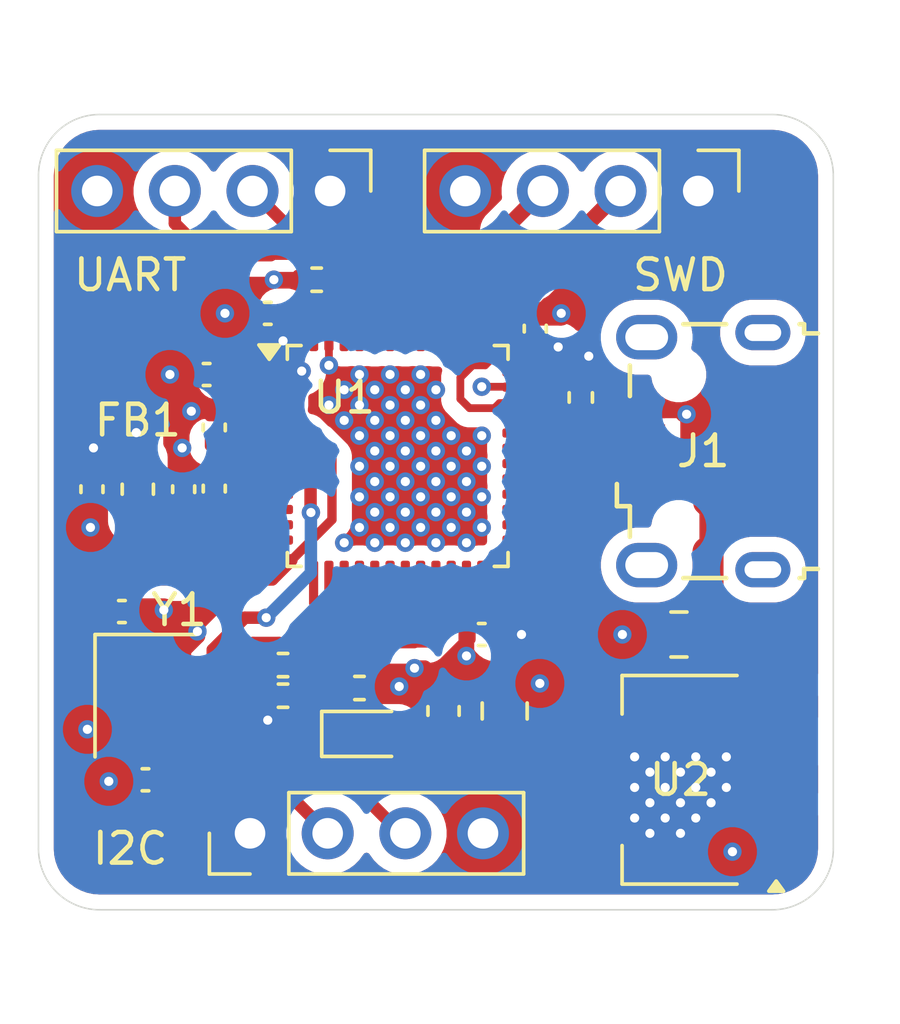
<source format=kicad_pcb>
(kicad_pcb (version 20241229) (generator "pcbnew") (generator_version "9.0")
  (layers (0 "F.Cu" signal) (4 "In1.Cu" signal) (6 "In2.Cu" signal) (2 "B.Cu" power) (13 "F.Paste" user) (15 "B.Paste" user) (5 "F.SilkS" user "F.Silkscreen") (7 "B.SilkS" user "B.Silkscreen") (1 "F.Mask" user) (3 "B.Mask" user) (25 "Edge.Cuts" user))
  (net 0 "")
  (net 1 "+3.3V")
  (net 2 "GND")
  (net 3 "+3.3VA")
  (net 4 "/NRST")
  (net 5 "/HSE_IN")
  (net 6 "/HSE_OUT")
  (net 7 "VBUS")
  (net 8 "/PWR_LED_K")
  (net 12 "/USB_D+")
  (net 14 "/USB_D-")
  (net 16 "/SWDIO")
  (net 17 "/SWCLK")
  (net 18 "/USART1_RX")
  (net 19 "/USART1_TX")
  (net 20 "/I2C2_SCL")
  (net 21 "/I2C2_SDA")
  (net 22 "/BOOT0")
  (footprint "Resistor_SMD:R_0402_1005Metric" (layer "F.Cu") (at 186 81)
    (property "Reference" "R5" (hide yes))
    (property "Value" "1k5")
    (pad "1" smd roundrect (at -0.51 0) (size 0.54 0.64) (layers "F.Cu" "F.Mask" "F.Paste") (net 1 "+3.3V"))
    (pad "2" smd roundrect (at 0.51 0) (size 0.54 0.64) (layers "F.Cu" "F.Mask" "F.Paste") (net 20 "/I2C2_SCL"))
  )
  (footprint "Connector_PinHeader_2.54mm:PinHeader_1x04_P2.54mm_Vertical" (layer "F.Cu") (at 184.92 86.5 90)
    (property "Reference" "I2C" (at -0.5 -3.92 180) (layer "F.SilkS"))
    (property "Value" "Conn_01x04_Pin")
    (pad "1" thru_hole rect (at 0 0 90) (size 1.7 1.7) (drill 1) (layers "*.Cu" "*.Mask") (net 1 "+3.3V"))
    (pad "2" thru_hole oval (at 0 2.54 90) (size 1.7 1.7) (drill 1) (layers "*.Cu" "*.Mask") (net 20 "/I2C2_SCL"))
    (pad "3" thru_hole oval (at 0 5.08 90) (size 1.7 1.7) (drill 1) (layers "*.Cu" "*.Mask") (net 21 "/I2C2_SDA"))
    (pad "4" thru_hole oval (at 0 7.62 90) (size 1.7 1.7) (drill 1) (layers "*.Cu" "*.Mask") (net 2 "GND"))
  )
  (footprint "Package_QFP:LQFP-48_7x7mm_P0.5mm" (layer "F.Cu") (at 189.75 74.1625)
    (property "Reference" "U1" (at -1.75 -1.9125 0) (layer "F.SilkS"))
    (property "Value" "STM32F103C8Tx")
    (pad "1" smd roundrect (at -4.1625 -2.75) (size 1.475 0.3) (layers "F.Cu" "F.Mask" "F.Paste") (net 1 "+3.3V"))
    (pad "2" smd roundrect (at -4.1625 -2.25) (size 1.475 0.3) (layers "F.Cu" "F.Mask" "F.Paste"))
    (pad "3" smd roundrect (at -4.1625 -1.75) (size 1.475 0.3) (layers "F.Cu" "F.Mask" "F.Paste"))
    (pad "4" smd roundrect (at -4.1625 -1.25) (size 1.475 0.3) (layers "F.Cu" "F.Mask" "F.Paste"))
    (pad "5" smd roundrect (at -4.1625 -0.75) (size 1.475 0.3) (layers "F.Cu" "F.Mask" "F.Paste") (net 5 "/HSE_IN"))
    (pad "6" smd roundrect (at -4.1625 -0.25) (size 1.475 0.3) (layers "F.Cu" "F.Mask" "F.Paste") (net 6 "/HSE_OUT"))
    (pad "7" smd roundrect (at -4.1625 0.25) (size 1.475 0.3) (layers "F.Cu" "F.Mask" "F.Paste") (net 4 "/NRST"))
    (pad "8" smd roundrect (at -4.1625 0.75) (size 1.475 0.3) (layers "F.Cu" "F.Mask" "F.Paste") (net 2 "GND"))
    (pad "9" smd roundrect (at -4.1625 1.25) (size 1.475 0.3) (layers "F.Cu" "F.Mask" "F.Paste") (net 3 "+3.3VA"))
    (pad "10" smd roundrect (at -4.1625 1.75) (size 1.475 0.3) (layers "F.Cu" "F.Mask" "F.Paste"))
    (pad "11" smd roundrect (at -4.1625 2.25) (size 1.475 0.3) (layers "F.Cu" "F.Mask" "F.Paste"))
    (pad "12" smd roundrect (at -4.1625 2.75) (size 1.475 0.3) (layers "F.Cu" "F.Mask" "F.Paste"))
    (pad "13" smd roundrect (at -2.75 4.1625) (size 0.3 1.475) (layers "F.Cu" "F.Mask" "F.Paste"))
    (pad "14" smd roundrect (at -2.25 4.1625) (size 0.3 1.475) (layers "F.Cu" "F.Mask" "F.Paste"))
    (pad "15" smd roundrect (at -1.75 4.1625) (size 0.3 1.475) (layers "F.Cu" "F.Mask" "F.Paste"))
    (pad "16" smd roundrect (at -1.25 4.1625) (size 0.3 1.475) (layers "F.Cu" "F.Mask" "F.Paste"))
    (pad "17" smd roundrect (at -0.75 4.1625) (size 0.3 1.475) (layers "F.Cu" "F.Mask" "F.Paste"))
    (pad "18" smd roundrect (at -0.25 4.1625) (size 0.3 1.475) (layers "F.Cu" "F.Mask" "F.Paste"))
    (pad "19" smd roundrect (at 0.25 4.1625) (size 0.3 1.475) (layers "F.Cu" "F.Mask" "F.Paste"))
    (pad "20" smd roundrect (at 0.75 4.1625) (size 0.3 1.475) (layers "F.Cu" "F.Mask" "F.Paste"))
    (pad "21" smd roundrect (at 1.25 4.1625) (size 0.3 1.475) (layers "F.Cu" "F.Mask" "F.Paste") (net 20 "/I2C2_SCL"))
    (pad "22" smd roundrect (at 1.75 4.1625) (size 0.3 1.475) (layers "F.Cu" "F.Mask" "F.Paste") (net 21 "/I2C2_SDA"))
    (pad "23" smd roundrect (at 2.25 4.1625) (size 0.3 1.475) (layers "F.Cu" "F.Mask" "F.Paste") (net 2 "GND"))
    (pad "24" smd roundrect (at 2.75 4.1625) (size 0.3 1.475) (layers "F.Cu" "F.Mask" "F.Paste") (net 1 "+3.3V"))
    (pad "25" smd roundrect (at 4.1625 2.75) (size 1.475 0.3) (layers "F.Cu" "F.Mask" "F.Paste"))
    (pad "26" smd roundrect (at 4.1625 2.25) (size 1.475 0.3) (layers "F.Cu" "F.Mask" "F.Paste"))
    (pad "27" smd roundrect (at 4.1625 1.75) (size 1.475 0.3) (layers "F.Cu" "F.Mask" "F.Paste"))
    (pad "28" smd roundrect (at 4.1625 1.25) (size 1.475 0.3) (layers "F.Cu" "F.Mask" "F.Paste"))
    (pad "29" smd roundrect (at 4.1625 0.75) (size 1.475 0.3) (layers "F.Cu" "F.Mask" "F.Paste"))
    (pad "30" smd roundrect (at 4.1625 0.25) (size 1.475 0.3) (layers "F.Cu" "F.Mask" "F.Paste"))
    (pad "31" smd roundrect (at 4.1625 -0.25) (size 1.475 0.3) (layers "F.Cu" "F.Mask" "F.Paste"))
    (pad "32" smd roundrect (at 4.1625 -0.75) (size 1.475 0.3) (layers "F.Cu" "F.Mask" "F.Paste") (net 14 "/USB_D-"))
    (pad "33" smd roundrect (at 4.1625 -1.25) (size 1.475 0.3) (layers "F.Cu" "F.Mask" "F.Paste") (net 12 "/USB_D+"))
    (pad "34" smd roundrect (at 4.1625 -1.75) (size 1.475 0.3) (layers "F.Cu" "F.Mask" "F.Paste") (net 16 "/SWDIO"))
    (pad "35" smd roundrect (at 4.1625 -2.25) (size 1.475 0.3) (layers "F.Cu" "F.Mask" "F.Paste") (net 2 "GND"))
    (pad "36" smd roundrect (at 4.1625 -2.75) (size 1.475 0.3) (layers "F.Cu" "F.Mask" "F.Paste") (net 1 "+3.3V"))
    (pad "37" smd roundrect (at 2.75 -4.1625) (size 0.3 1.475) (layers "F.Cu" "F.Mask" "F.Paste") (net 17 "/SWCLK"))
    (pad "38" smd roundrect (at 2.25 -4.1625) (size 0.3 1.475) (layers "F.Cu" "F.Mask" "F.Paste"))
    (pad "39" smd roundrect (at 1.75 -4.1625) (size 0.3 1.475) (layers "F.Cu" "F.Mask" "F.Paste"))
    (pad "40" smd roundrect (at 1.25 -4.1625) (size 0.3 1.475) (layers "F.Cu" "F.Mask" "F.Paste"))
    (pad "41" smd roundrect (at 0.75 -4.1625) (size 0.3 1.475) (layers "F.Cu" "F.Mask" "F.Paste"))
    (pad "42" smd roundrect (at 0.25 -4.1625) (size 0.3 1.475) (layers "F.Cu" "F.Mask" "F.Paste") (net 19 "/USART1_TX"))
    (pad "43" smd roundrect (at -0.25 -4.1625) (size 0.3 1.475) (layers "F.Cu" "F.Mask" "F.Paste") (net 18 "/USART1_RX"))
    (pad "44" smd roundrect (at -0.75 -4.1625) (size 0.3 1.475) (layers "F.Cu" "F.Mask" "F.Paste") (net 22 "/BOOT0"))
    (pad "45" smd roundrect (at -1.25 -4.1625) (size 0.3 1.475) (layers "F.Cu" "F.Mask" "F.Paste"))
    (pad "46" smd roundrect (at -1.75 -4.1625) (size 0.3 1.475) (layers "F.Cu" "F.Mask" "F.Paste"))
    (pad "47" smd roundrect (at -2.25 -4.1625) (size 0.3 1.475) (layers "F.Cu" "F.Mask" "F.Paste") (net 2 "GND"))
    (pad "48" smd roundrect (at -2.75 -4.1625) (size 0.3 1.475) (layers "F.Cu" "F.Mask" "F.Paste") (net 1 "+3.3V"))
  )
  (footprint "Capacitor_SMD:C_0805_2012Metric" (layer "F.Cu") (at 198.95 80 180)
    (property "Reference" "C12" (hide yes))
    (property "Value" "22u")
    (pad "1" smd roundrect (at -0.95 0 180) (size 1 1.45) (layers "F.Cu" "F.Mask" "F.Paste") (net 7 "VBUS"))
    (pad "2" smd roundrect (at 0.95 0 180) (size 1 1.45) (layers "F.Cu" "F.Mask" "F.Paste") (net 2 "GND"))
  )
  (footprint "Resistor_SMD:R_0402_1005Metric" (layer "F.Cu") (at 188.5 81.75)
    (property "Reference" "R3" (hide yes))
    (property "Value" "1k5")
    (pad "1" smd roundrect (at -0.51 0) (size 0.54 0.64) (layers "F.Cu" "F.Mask" "F.Paste") (net 8 "/PWR_LED_K"))
    (pad "2" smd roundrect (at 0.51 0) (size 0.54 0.64) (layers "F.Cu" "F.Mask" "F.Paste") (net 2 "GND"))
  )
  (footprint "Inductor_SMD:L_0603_1608Metric" (layer "F.Cu") (at 181.25 75.25 90)
    (property "Reference" "FB1" (at 2.25 0 180) (layer "F.SilkS"))
    (property "Value" "120R")
    (pad "1" smd roundrect (at -0.7875 0 90) (size 0.875 0.95) (layers "F.Cu" "F.Mask" "F.Paste") (net 3 "+3.3VA"))
    (pad "2" smd roundrect (at 0.7875 0 90) (size 0.875 0.95) (layers "F.Cu" "F.Mask" "F.Paste") (net 1 "+3.3V"))
  )
  (footprint "Capacitor_SMD:C_0402_1005Metric" (layer "F.Cu") (at 183.75 75.23 90)
    (property "Reference" "C7" (hide yes))
    (property "Value" "1u")
    (pad "1" smd roundrect (at -0.48 0 90) (size 0.56 0.62) (layers "F.Cu" "F.Mask" "F.Paste") (net 3 "+3.3VA"))
    (pad "2" smd roundrect (at 0.48 0 90) (size 0.56 0.62) (layers "F.Cu" "F.Mask" "F.Paste") (net 2 "GND"))
  )
  (footprint "Capacitor_SMD:C_0402_1005Metric" (layer "F.Cu") (at 183.5 71.5 180)
    (property "Reference" "C1" (hide yes))
    (property "Value" "100n")
    (pad "1" smd roundrect (at -0.48 0 180) (size 0.56 0.62) (layers "F.Cu" "F.Mask" "F.Paste") (net 1 "+3.3V"))
    (pad "2" smd roundrect (at 0.48 0 180) (size 0.56 0.62) (layers "F.Cu" "F.Mask" "F.Paste") (net 2 "GND"))
  )
  (footprint "Resistor_SMD:R_0402_1005Metric" (layer "F.Cu") (at 195.74 72.25 90)
    (property "Reference" "R2" (hide yes))
    (property "Value" "1k5")
    (pad "1" smd roundrect (at -0.51 0 90) (size 0.54 0.64) (layers "F.Cu" "F.Mask" "F.Paste") (net 12 "/USB_D+"))
    (pad "2" smd roundrect (at 0.51 0 90) (size 0.54 0.64) (layers "F.Cu" "F.Mask" "F.Paste") (net 1 "+3.3V"))
  )
  (footprint "Capacitor_SMD:C_0402_1005Metric" (layer "F.Cu") (at 183.75 73.23 90)
    (property "Reference" "C9" (hide yes))
    (property "Value" "100n")
    (pad "1" smd roundrect (at -0.48 0 90) (size 0.56 0.62) (layers "F.Cu" "F.Mask" "F.Paste") (net 4 "/NRST"))
    (pad "2" smd roundrect (at 0.48 0 90) (size 0.56 0.62) (layers "F.Cu" "F.Mask" "F.Paste") (net 2 "GND"))
  )
  (footprint "Capacitor_SMD:C_0805_2012Metric" (layer "F.Cu") (at 193.25 82.5 90)
    (property "Reference" "C13" (hide yes))
    (property "Value" "22u")
    (pad "1" smd roundrect (at -0.95 0 90) (size 1 1.45) (layers "F.Cu" "F.Mask" "F.Paste") (net 1 "+3.3V"))
    (pad "2" smd roundrect (at 0.95 0 90) (size 1 1.45) (layers "F.Cu" "F.Mask" "F.Paste") (net 2 "GND"))
  )
  (footprint "Capacitor_SMD:C_0402_1005Metric" (layer "F.Cu") (at 181.5 84.75 180)
    (property "Reference" "C11" (hide yes))
    (property "Value" "10p")
    (pad "1" smd roundrect (at -0.48 0 180) (size 0.56 0.62) (layers "F.Cu" "F.Mask" "F.Paste") (net 6 "/HSE_OUT"))
    (pad "2" smd roundrect (at 0.48 0 180) (size 0.56 0.62) (layers "F.Cu" "F.Mask" "F.Paste") (net 2 "GND"))
  )
  (footprint "Resistor_SMD:R_0402_1005Metric" (layer "F.Cu") (at 186 82)
    (property "Reference" "R4" (hide yes))
    (property "Value" "1k5")
    (pad "1" smd roundrect (at -0.51 0) (size 0.54 0.64) (layers "F.Cu" "F.Mask" "F.Paste") (net 1 "+3.3V"))
    (pad "2" smd roundrect (at 0.51 0) (size 0.54 0.64) (layers "F.Cu" "F.Mask" "F.Paste") (net 21 "/I2C2_SDA"))
  )
  (footprint "Resistor_SMD:R_0402_1005Metric" (layer "F.Cu") (at 187.1 68.4)
    (property "Reference" "R1" (hide yes))
    (property "Value" "10k")
    (pad "1" smd roundrect (at -0.51 0) (size 0.54 0.64) (layers "F.Cu" "F.Mask" "F.Paste") (net 2 "GND"))
    (pad "2" smd roundrect (at 0.51 0) (size 0.54 0.64) (layers "F.Cu" "F.Mask" "F.Paste") (net 22 "/BOOT0"))
  )
  (footprint "Capacitor_SMD:C_0402_1005Metric" (layer "F.Cu") (at 179.75 75.25 -90)
    (property "Reference" "C8" (hide yes))
    (property "Value" "1u")
    (pad "1" smd roundrect (at -0.48 0 270) (size 0.56 0.62) (layers "F.Cu" "F.Mask" "F.Paste") (net 1 "+3.3V"))
    (pad "2" smd roundrect (at 0.48 0 270) (size 0.56 0.62) (layers "F.Cu" "F.Mask" "F.Paste") (net 2 "GND"))
  )
  (footprint "Capacitor_SMD:C_0402_1005Metric" (layer "F.Cu") (at 194.25 70 90)
    (property "Reference" "C4" (hide yes))
    (property "Value" "100n")
    (pad "1" smd roundrect (at -0.48 0 90) (size 0.56 0.62) (layers "F.Cu" "F.Mask" "F.Paste") (net 1 "+3.3V"))
    (pad "2" smd roundrect (at 0.48 0 90) (size 0.56 0.62) (layers "F.Cu" "F.Mask" "F.Paste") (net 2 "GND"))
  )
  (footprint "Crystal:Crystal_SMD_3225-4Pin_3.2x2.5mm" (layer "F.Cu") (at 181.5 82 -90)
    (property "Reference" "Y1" (at -2.8 -1.1 180) (layer "F.SilkS"))
    (property "Value" "Crystal_GND24")
    (pad "1" smd rect (at -1.1 0.85 270) (size 1.4 1.2) (layers "F.Cu" "F.Mask" "F.Paste") (net 5 "/HSE_IN"))
    (pad "2" smd rect (at 1.1 0.85 270) (size 1.4 1.2) (layers "F.Cu" "F.Mask" "F.Paste") (net 2 "GND"))
    (pad "3" smd rect (at 1.1 -0.85 270) (size 1.4 1.2) (layers "F.Cu" "F.Mask" "F.Paste") (net 6 "/HSE_OUT"))
    (pad "4" smd rect (at -1.1 -0.85 270) (size 1.4 1.2) (layers "F.Cu" "F.Mask" "F.Paste") (net 2 "GND"))
  )
  (footprint "Capacitor_SMD:C_0402_1005Metric" (layer "F.Cu") (at 180.73 79.25)
    (property "Reference" "C10" (hide yes))
    (property "Value" "10p")
    (pad "1" smd roundrect (at -0.48 0) (size 0.56 0.62) (layers "F.Cu" "F.Mask" "F.Paste") (net 5 "/HSE_IN"))
    (pad "2" smd roundrect (at 0.48 0) (size 0.56 0.62) (layers "F.Cu" "F.Mask" "F.Paste") (net 2 "GND"))
  )
  (footprint "Capacitor_SMD:C_0402_1005Metric" (layer "F.Cu") (at 185.5 69.5 180)
    (property "Reference" "C2" (hide yes))
    (property "Value" "100n")
    (pad "1" smd roundrect (at -0.48 0 180) (size 0.56 0.62) (layers "F.Cu" "F.Mask" "F.Paste") (net 1 "+3.3V"))
    (pad "2" smd roundrect (at 0.48 0 180) (size 0.56 0.62) (layers "F.Cu" "F.Mask" "F.Paste") (net 2 "GND"))
  )
  (footprint "Capacitor_SMD:C_0402_1005Metric" (layer "F.Cu") (at 182.75 75.25 90)
    (property "Reference" "C6" (hide yes))
    (property "Value" "10n")
    (pad "1" smd roundrect (at -0.48 0 90) (size 0.56 0.62) (layers "F.Cu" "F.Mask" "F.Paste") (net 3 "+3.3VA"))
    (pad "2" smd roundrect (at 0.48 0 90) (size 0.56 0.62) (layers "F.Cu" "F.Mask" "F.Paste") (net 2 "GND"))
  )
  (footprint "LED_SMD:LED_0603_1608Metric" (layer "F.Cu") (at 188.75 83.25)
    (property "Reference" "D1" (hide yes))
    (property "Value" "LED")
    (pad "1" smd roundrect (at -0.7875 0) (size 0.875 0.95) (layers "F.Cu" "F.Mask" "F.Paste") (net 8 "/PWR_LED_K"))
    (pad "2" smd roundrect (at 0.7875 0) (size 0.875 0.95) (layers "F.Cu" "F.Mask" "F.Paste") (net 1 "+3.3V"))
  )
  (footprint "Capacitor_SMD:C_0603_1608Metric" (layer "F.Cu") (at 191.25 82.5 90)
    (property "Reference" "C5" (hide yes))
    (property "Value" "10u")
    (pad "1" smd roundrect (at -0.775 0 90) (size 0.9 0.95) (layers "F.Cu" "F.Mask" "F.Paste") (net 1 "+3.3V"))
    (pad "2" smd roundrect (at 0.775 0 90) (size 0.9 0.95) (layers "F.Cu" "F.Mask" "F.Paste") (net 2 "GND"))
  )
  (footprint "Connector_USB:USB_Micro-B_Wuerth_629105150521" (layer "F.Cu") (at 199.745 74.005 90)
    (property "Reference" "J1" (at 0 0 180) (layer "F.SilkS"))
    (property "Value" "USB_B_Micro")
    (pad "" np_thru_hole oval (at -2.5 -0.8 90) (size 0.8 0.8) (drill 0.8) (layers "*.Cu" "*.Mask"))
    (pad "" np_thru_hole oval (at 2.5 -0.8 90) (size 0.8 0.8) (drill 0.8) (layers "*.Cu" "*.Mask"))
    (pad "1" smd rect (at -1.3 -1.9 90) (size 0.45 1.3) (layers "F.Cu" "F.Mask" "F.Paste") (net 7 "VBUS"))
    (pad "2" smd rect (at -0.65 -1.9 90) (size 0.45 1.3) (layers "F.Cu" "F.Mask" "F.Paste") (net 14 "/USB_D-"))
    (pad "3" smd rect (at 0 -1.9 90) (size 0.45 1.3) (layers "F.Cu" "F.Mask" "F.Paste") (net 12 "/USB_D+"))
    (pad "4" smd rect (at 0.65 -1.9 90) (size 0.45 1.3) (layers "F.Cu" "F.Mask" "F.Paste"))
    (pad "5" smd rect (at 1.3 -1.9 90) (size 0.45 1.3) (layers "F.Cu" "F.Mask" "F.Paste") (net 2 "GND"))
    (pad "6" thru_hole oval (at -3.875 1.95 90) (size 1.15 1.8) (drill oval 0.55 1.2) (property pad_prop_heatsink) (layers "*.Cu" "*.Mask"))
    (pad "6" thru_hole oval (at -3.725 -1.85 90) (size 1.45 2) (drill oval 0.85 1.4) (property pad_prop_heatsink) (layers "*.Cu" "*.Mask"))
    (pad "6" thru_hole oval (at 3.725 -1.85 90) (size 1.45 2) (drill oval 0.85 1.4) (property pad_prop_heatsink) (layers "*.Cu" "*.Mask"))
    (pad "6" thru_hole oval (at 3.875 1.95 90) (size 1.15 1.8) (drill oval 0.55 1.2) (property pad_prop_heatsink) (layers "*.Cu" "*.Mask"))
  )
  (footprint "Capacitor_SMD:C_0402_1005Metric" (layer "F.Cu") (at 192.5 80 180)
    (property "Reference" "C3" (hide yes))
    (property "Value" "100n")
    (pad "1" smd roundrect (at -0.48 0 180) (size 0.56 0.62) (layers "F.Cu" "F.Mask" "F.Paste") (net 1 "+3.3V"))
    (pad "2" smd roundrect (at 0.48 0 180) (size 0.56 0.62) (layers "F.Cu" "F.Mask" "F.Paste") (net 2 "GND"))
  )
  (footprint "Connector_PinHeader_2.54mm:PinHeader_1x04_P2.54mm_Vertical" (layer "F.Cu") (at 187.54 65.5 -90)
    (property "Reference" "UART" (at 2.75 6.54 180) (layer "F.SilkS"))
    (property "Value" "Conn_01x04_Pin")
    (pad "1" thru_hole rect (at 0 0 270) (size 1.7 1.7) (drill 1) (layers "*.Cu" "*.Mask") (net 1 "+3.3V"))
    (pad "2" thru_hole oval (at 0 2.54 270) (size 1.7 1.7) (drill 1) (layers "*.Cu" "*.Mask") (net 19 "/USART1_TX"))
    (pad "3" thru_hole oval (at 0 5.08 270) (size 1.7 1.7) (drill 1) (layers "*.Cu" "*.Mask") (net 18 "/USART1_RX"))
    (pad "4" thru_hole oval (at 0 7.62 270) (size 1.7 1.7) (drill 1) (layers "*.Cu" "*.Mask") (net 2 "GND"))
  )
  (footprint "Connector_PinHeader_2.54mm:PinHeader_1x04_P2.54mm_Vertical" (layer "F.Cu") (at 199.58 65.5 -90)
    (property "Reference" "SWD" (at 2.75 0.58 180) (layer "F.SilkS"))
    (property "Value" "Conn_01x04_Pin")
    (pad "1" thru_hole rect (at 0 0 270) (size 1.7 1.7) (drill 1) (layers "*.Cu" "*.Mask") (net 1 "+3.3V"))
    (pad "2" thru_hole oval (at 0 2.54 270) (size 1.7 1.7) (drill 1) (layers "*.Cu" "*.Mask") (net 16 "/SWDIO"))
    (pad "3" thru_hole oval (at 0 5.08 270) (size 1.7 1.7) (drill 1) (layers "*.Cu" "*.Mask") (net 17 "/SWCLK"))
    (pad "4" thru_hole oval (at 0 7.62 270) (size 1.7 1.7) (drill 1) (layers "*.Cu" "*.Mask") (net 2 "GND"))
  )
  (footprint "Package_TO_SOT_SMD:SOT-223-3_TabPin2" (layer "F.Cu") (at 199 84.75 180)
    (property "Reference" "U2" (at 0 0 0) (layer "F.SilkS"))
    (property "Value" "AMS1117-3.3")
    (pad "1" smd roundrect (at -3.15 -2.3 180) (size 2 1.5) (layers "F.Cu" "F.Mask" "F.Paste") (net 2 "GND"))
    (pad "2" smd roundrect (at -3.15 0 180) (size 2 1.5) (layers "F.Cu" "F.Mask" "F.Paste") (net 1 "+3.3V"))
    (pad "2" smd roundrect (at 3.15 0 180) (size 2 3.8) (layers "F.Cu" "F.Mask" "F.Paste") (net 1 "+3.3V"))
    (pad "3" smd roundrect (at -3.15 2.3 180) (size 2 1.5) (layers "F.Cu" "F.Mask" "F.Paste") (net 7 "VBUS"))
  )
  (gr_arc (start 178 65) (mid 178.585786 63.585786) (end 180 63) (stroke (width 0.05)) (layer "Edge.Cuts"))
  (gr_line (start 180 63) (end 202 63) (stroke (width 0.05)) (layer "Edge.Cuts"))
  (gr_arc (start 202 63) (mid 203.414214 63.585786) (end 204 65) (stroke (width 0.05)) (layer "Edge.Cuts"))
  (gr_line (start 202 89) (end 180 89) (stroke (width 0.05)) (layer "Edge.Cuts"))
  (gr_arc (start 180 89) (mid 178.585786 88.414214) (end 178 87) (stroke (width 0.05)) (layer "Edge.Cuts"))
  (gr_line (start 178 87) (end 178 65) (stroke (width 0.05)) (layer "Edge.Cuts"))
  (gr_arc (start 204 87) (mid 203.414214 88.414214) (end 202 89) (stroke (width 0.05)) (layer "Edge.Cuts"))
  (gr_line (start 204 65) (end 204 87) (stroke (width 0.05)) (layer "Edge.Cuts"))
  (segment (start 185.49 82.79) (end 185.5 82.8) (width 0.508) (layer "F.Cu") (net 1))
  (segment (start 180.9425 74.77) (end 181.25 74.4625) (width 0.762) (layer "F.Cu") (net 1))
  (segment (start 185.49 82) (end 185.49 82.79) (width 0.508) (layer "F.Cu") (net 1))
  (segment (start 194.25 71.0208) (end 194.25 70.48) (width 0.4064) (layer "F.Cu") (net 1))
  (segment (start 179.8 74.72) (end 179.75 74.77) (width 0.762) (layer "F.Cu") (net 1))
  (segment (start 186.598336 71.4) (end 185.6 71.4) (width 0.254) (layer "F.Cu") (net 1))
  (segment (start 179.8 73.9) (end 179.8 74.72) (width 0.762) (layer "F.Cu") (net 1))
  (segment (start 181.2 73.4) (end 181.2 74.4125) (width 0.762) (layer "F.Cu") (net 1))
  (segment (start 186.6 70) (end 187 70) (width 0.254) (layer "F.Cu") (net 1))
  (segment (start 193 79.2) (end 192.98 79.22) (width 0.3048) (layer "F.Cu") (net 1))
  (segment (start 186.9966 70.0034) (end 186.9966 70) (width 0.3048) (layer "F.Cu") (net 1))
  (segment (start 179.75 74.77) (end 180.9425 74.77) (width 0.762) (layer "F.Cu") (net 1))
  (segment (start 184.5 71.4125) (end 184.0675 71.4125) (width 0.4064) (layer "F.Cu") (net 1))
  (segment (start 186.48 70) (end 185.98 69.5) (width 0.4064) (layer "F.Cu") (net 1))
  (segment (start 186.6 70) (end 186.48 70) (width 0.3048) (layer "F.Cu") (net 1))
  (segment (start 194.6417 71.3583) (end 193.9125 71.3583) (width 0.4064) (layer "F.Cu") (net 1))
  (segment (start 193 78.825) (end 193 79.2) (width 0.3048) (layer "F.Cu") (net 1))
  (segment (start 195 70.6) (end 195 71) (width 0.4064) (layer "F.Cu") (net 1))
  (segment (start 186.6 70.4) (end 186.9966 70.0034) (width 0.3048) (layer "F.Cu") (net 1))
  (segment (start 184.0675 71.4125) (end 183.98 71.5) (width 0.4064) (layer "F.Cu") (net 1))
  (segment (start 192.98 79.22) (end 192.98 80) (width 0.4064) (layer "F.Cu") (net 1))
  (segment (start 185.5875 71.4125) (end 184.5 71.4125) (width 0.254) (layer "F.Cu") (net 1))
  (segment (start 186.610222 71.388114) (end 186.598336 71.4) (width 0.254) (layer "F.Cu") (net 1))
  (segment (start 181.2 74.4125) (end 181.25 74.4625) (width 0.762) (layer "F.Cu") (net 1))
  (segment (start 195.74 71.74) (end 195.74 71.16) (width 0.762) (layer "F.Cu") (net 1))
  (segment (start 186 70.4) (end 186.6 70.4) (width 0.508) (layer "F.Cu") (net 1))
  (segment (start 193.9125 71.3583) (end 194.25 71.0208) (width 0.4064) (layer "F.Cu") (net 1))
  (segment (start 192.98 80) (end 193.8 80) (width 0.762) (layer "F.Cu") (net 1))
  (segment (start 192.5 78.325) (end 193 78.825) (width 0.254) (layer "F.Cu") (net 1))
  (segment (start 195 71) (end 194.6417 71.3583) (width 0.4064) (layer "F.Cu") (net 1))
  (segment (start 185.49 81) (end 185.49 82) (width 0.508) (layer "F.Cu") (net 1))
  (segment (start 195.74 71.16) (end 196 70.9) (width 0.762) (layer "F.Cu") (net 1))
  (segment (start 185.6 71.4) (end 185.5875 71.4125) (width 0.254) (layer "F.Cu") (net 1))
  (via (at 200 84.5) (size 0.6) (drill 0.3) (layers "F.Cu" "B.Cu") (net 1))
  (via (at 196 70.9) (size 0.6) (drill 0.3) (layers "F.Cu" "B.Cu") (net 1))
  (via (at 199.5 86) (size 0.6) (drill 0.3) (layers "F.Cu" "B.Cu") (net 1))
  (via (at 199.5 85) (size 0.6) (drill 0.3) (layers "F.Cu" "B.Cu") (net 1))
  (via (at 198.5 86) (size 0.6) (drill 0.3) (layers "F.Cu" "B.Cu") (net 1))
  (via (at 199 84.5) (size 0.6) (drill 0.3) (layers "F.Cu" "B.Cu") (net 1))
  (via (at 186 70.4) (size 0.6) (drill 0.3) (layers "F.Cu" "B.Cu") (net 1))
  (via (at 197.5 85) (size 0.6) (drill 0.3) (layers "F.Cu" "B.Cu") (net 1))
  (via (at 198.5 85) (size 0.6) (drill 0.3) (layers "F.Cu" "B.Cu") (net 1))
  (via (at 198 84.5) (size 0.6) (drill 0.3) (layers "F.Cu" "B.Cu") (net 1))
  (via (at 200.5 85) (size 0.6) (drill 0.3) (layers "F.Cu" "B.Cu") (net 1))
  (via (at 197.5 86) (size 0.6) (drill 0.3) (layers "F.Cu" "B.Cu") (net 1))
  (via (at 193.8 80) (size 0.6) (drill 0.3) (layers "F.Cu" "B.Cu") (net 1))
  (via (at 199 86.5) (size 0.6) (drill 0.3) (layers "F.Cu" "B.Cu") (net 1))
  (via (at 198.5 84) (size 0.6) (drill 0.3) (layers "F.Cu" "B.Cu") (net 1))
  (via (at 200.5 84) (size 0.6) (drill 0.3) (layers "F.Cu" "B.Cu") (net 1))
  (via (at 181.2 73.4) (size 0.6) (drill 0.3) (layers "F.Cu" "B.Cu") (net 1))
  (via (at 195 70.6) (size 0.6) (drill 0.3) (layers "F.Cu" "B.Cu") (net 1))
  (via (at 179.8 73.9) (size 0.6) (drill 0.3) (layers "F.Cu" "B.Cu") (net 1))
  (via (at 185.5 82.8) (size 0.6) (drill 0.3) (layers "F.Cu" "B.Cu") (net 1))
  (via (at 200 85.5) (size 0.6) (drill 0.3) (layers "F.Cu" "B.Cu") (net 1))
  (via (at 197.5 84) (size 0.6) (drill 0.3) (layers "F.Cu" "B.Cu") (net 1))
  (via (at 198 86.5) (size 0.6) (drill 0.3) (layers "F.Cu" "B.Cu") (net 1))
  (via (at 186.610222 71.388114) (size 0.6) (drill 0.3) (layers "F.Cu" "B.Cu") (net 1))
  (via (at 198 85.5) (size 0.6) (drill 0.3) (layers "F.Cu" "B.Cu") (net 1))
  (via (at 199.5 84) (size 0.6) (drill 0.3) (layers "F.Cu" "B.Cu") (net 1))
  (via (at 199 85.5) (size 0.6) (drill 0.3) (layers "F.Cu" "B.Cu") (net 1))
  (segment (start 189.75 81.75) (end 189.8 81.7) (width 0.508) (layer "F.Cu") (net 2))
  (segment (start 192 79.98) (end 192.02 80) (width 0.254) (layer "F.Cu") (net 2))
  (segment (start 190.3 81.1) (end 190.625 81.1) (width 0.508) (layer "F.Cu") (net 2))
  (segment (start 182.1 79.2) (end 181.26 79.2) (width 0.762) (layer "F.Cu") (net 2))
  (segment (start 189.01 81.75) (end 189.75 81.75) (width 0.508) (layer "F.Cu") (net 2))
  (segment (start 183 72.7) (end 183.7 72.7) (width 0.508) (layer "F.Cu") (net 2))
  (segment (start 183.2 80.05) (end 182.35 80.9) (width 0.508) (layer "F.Cu") (net 2))
  (segment (start 187.5 70) (end 187.5 71.2) (width 0.254) (layer "F.Cu") (net 2))
  (segment (start 182.7 74.72) (end 182.75 74.77) (width 0.508) (layer "F.Cu") (net 2))
  (segment (start 183.75 74.75) (end 182.77 74.75) (width 0.4064) (layer "F.Cu") (net 2))
  (segment (start 183.7 72.7) (end 183.75 72.75) (width 0.508) (layer "F.Cu") (net 2))
  (segment (start 181.26 79.2) (end 181.213 79.247) (width 0.762) (layer "F.Cu") (net 2))
  (segment (start 185.5875 74.9125) (end 183.9125 74.9125) (width 0.254) (layer "F.Cu") (net 2))
  (segment (start 193.9 71.9) (end 193.9125 71.9125) (width 0.254) (layer "F.Cu") (net 2))
  (segment (start 193.3 81.6) (end 193.25 81.55) (width 0.762) (layer "F.Cu") (net 2))
  (segment (start 182.3 71.5) (end 183.02 71.5) (width 0.508) (layer "F.Cu") (net 2))
  (segment (start 179.7 76.5) (end 179.7 75.78) (width 0.762) (layer "F.Cu") (net 2))
  (segment (start 199.1 72.8) (end 198.975 72.675) (width 0.508) (layer "F.Cu") (net 2))
  (segment (start 194.25 69.52) (end 195.08 69.52) (width 0.762) (layer "F.Cu") (net 2))
  (segment (start 194.35 81.55) (end 194.4 81.6) (width 0.508) (layer "F.Cu") (net 2))
  (segment (start 181.02 84.75) (end 180.35 84.75) (width 0.508) (layer "F.Cu") (net 2))
  (segment (start 192 80.02) (end 192.02 80) (width 0.508) (layer "F.Cu") (net 2))
  (segment (start 192 80.7) (end 192 80.02) (width 0.508) (layer "F.Cu") (net 2))
  (segment (start 181.213 79.247) (end 181.213 79.25) (width 0.762) (layer "F.Cu") (net 2))
  (segment (start 199.2 72.8) (end 199.1 72.8) (width 0.508) (layer "F.Cu") (net 2))
  (segment (start 183.2 79.9) (end 183.2 80.05) (width 0.508) (layer "F.Cu") (net 2))
  (segment (start 179.7 75.78) (end 179.747 75.733) (width 0.762) (layer "F.Cu") (net 2))
  (segment (start 180.35 84.75) (end 180.3 84.8) (width 0.508) (layer "F.Cu") (net 2))
  (segment (start 180.65 83.1) (end 179.6 83.1) (width 0.762) (layer "F.Cu") (net 2))
  (segment (start 185.7 68.4) (end 186.59 68.4) (width 0.508) (layer "F.Cu") (net 2))
  (segment (start 202.15 87.05) (end 200.75 87.05) (width 0.762) (layer "F.Cu") (net 2))
  (segment (start 194.4 81.6) (end 193.3 81.6) (width 0.762) (layer "F.Cu") (net 2))
  (segment (start 197.1 80) (end 198 80) (width 0.762) (layer "F.Cu") (net 2))
  (segment (start 190.625 81.1) (end 191.25 81.725) (width 0.508) (layer "F.Cu") (net 2))
  (segment (start 192.5 71.9) (end 193.9 71.9) (width 0.254) (layer "F.Cu") (net 2))
  (segment (start 182.77 74.75) (end 182.75 74.77) (width 0.4064) (layer "F.Cu") (net 2))
  (segment (start 195.08 69.52) (end 195.1 69.5) (width 0.762) (layer "F.Cu") (net 2))
  (segment (start 183.9125 74.9125) (end 183.75 74.75) (width 0.254) (layer "F.Cu") (net 2))
  (segment (start 182.7 73.9) (end 182.7 74.72) (width 0.508) (layer "F.Cu") (net 2))
  (segment (start 179.747 75.733) (end 179.75 75.733) (width 0.762) (layer "F.Cu") (net 2))
  (segment (start 198.975 72.675) (end 197.845 72.675) (width 0.508) (layer "F.Cu") (net 2))
  (segment (start 184.1 69.5) (end 185.02 69.5) (width 0.508) (layer "F.Cu") (net 2))
  (segment (start 192 78.325) (end 192 79.98) (width 0.254) (layer "F.Cu") (net 2))
  (segment (start 200.75 87.05) (end 200.7 87.1) (width 0.762) (layer "F.Cu") (net 2))
  (via (at 188.5 72.5) (size 0.6) (drill 0.3) (layers "F.Cu" "B.Cu") (net 2))
  (via (at 189 77) (size 0.6) (drill 0.3) (layers "F.Cu" "B.Cu") (net 2))
  (via (at 191.5 76.5) (size 0.6) (drill 0.3) (layers "F.Cu" "B.Cu") (net 2))
  (via (at 188.5 71.5) (size 0.6) (drill 0.3) (layers "F.Cu" "B.Cu") (net 2))
  (via (at 189.8 81.7) (size 0.6) (drill 0.3) (layers "F.Cu" "B.Cu") (net 2))
  (via (at 187.5 72.5) (size 0.6) (drill 0.3) (layers "F.Cu" "B.Cu") (net 2))
  (via (at 188 77) (size 0.6) (drill 0.3) (layers "F.Cu" "B.Cu") (net 2))
  (via (at 190.5 72.5) (size 0.6) (drill 0.3) (layers "F.Cu" "B.Cu") (net 2))
  (via (at 183 72.7) (size 0.6) (drill 0.3) (layers "F.Cu" "B.Cu") (net 2))
  (via (at 189.5 75.5) (size 0.6) (drill 0.3) (layers "F.Cu" "B.Cu") (net 2))
  (via (at 188.5 76.5) (size 0.6) (drill 0.3) (layers "F.Cu" "B.Cu") (net 2))
  (via (at 190.5 75.5) (size 0.6) (drill 0.3) (layers "F.Cu" "B.Cu") (net 2))
  (via (at 190 75) (size 0.6) (drill 0.3) (layers "F.Cu" "B.Cu") (net 2))
  (via (at 199.2 72.8) (size 0.6) (drill 0.3) (layers "F.Cu" "B.Cu") (net 2))
  (via (at 189 72) (size 0.6) (drill 0.3) (layers "F.Cu" "B.Cu") (net 2))
  (via (at 192.5 76.5) (size 0.6) (drill 0.3) (layers "F.Cu" "B.Cu") (net 2))
  (via (at 200.7 87.1) (size 0.6) (drill 0.3) (layers "F.Cu" "B.Cu") (net 2))
  (via (at 191.5 75.5) (size 0.6) (drill 0.3) (layers "F.Cu" "B.Cu") (net 2))
  (via (at 191 73) (size 0.6) (drill 0.3) (layers "F.Cu" "B.Cu") (net 2))
  (via (at 184.1 69.5) (size 0.6) (drill 0.3) (layers "F.Cu" "B.Cu") (net 2))
  (via (at 190.5 73.5) (size 0.6) (drill 0.3) (layers "F.Cu" "B.Cu") (net 2))
  (via (at 191.5 73.5) (size 0.6) (drill 0.3) (layers "F.Cu" "B.Cu") (net 2))
  (via (at 192.5 71.9) (size 0.6) (drill 0.3) (layers "F.Cu" "B.Cu") (net 2))
  (via (at 188.5 74.5) (size 0.6) (drill 0.3) (layers "F.Cu" "B.Cu") (net 2))
  (via (at 182.7 73.9) (size 0.6) (drill 0.3) (layers "F.Cu" "B.Cu") (net 2))
  (via (at 192 76) (size 0.6) (drill 0.3) (layers "F.Cu" "B.Cu") (net 2))
  (via (at 191 75) (size 0.6) (drill 0.3) (layers "F.Cu" "B.Cu") (net 2))
  (via (at 192 80.7) (size 0.6) (drill 0.3) (layers "F.Cu" "B.Cu") (net 2))
  (via (at 189 76) (size 0.6) (drill 0.3) (layers "F.Cu" "B.Cu") (net 2))
  (via (at 192.5 73.5) (size 0.6) (drill 0.3) (layers "F.Cu" "B.Cu") (net 2))
  (via (at 191.5 74.5) (size 0.6) (drill 0.3) (layers "F.Cu" "B.Cu") (net 2))
  (via (at 189.5 76.5) (size 0.6) (drill 0.3) (layers "F.Cu" "B.Cu") (net 2))
  (via (at 189.5 74.5) (size 0.6) (drill 0.3) (layers "F.Cu" "B.Cu") (net 2))
  (via (at 197.1 80) (size 0.6) (drill 0.3) (layers "F.Cu" "B.Cu") (net 2))
  (via (at 188 73) (size 0.6) (drill 0.3) (layers "F.Cu" "B.Cu") (net 2))
  (via (at 190 72) (size 0.6) (drill 0.3) (layers "F.Cu" "B.Cu") (net 2))
  (via (at 179.6 83.1) (size 0.6) (drill 0.3) (layers "F.Cu" "B.Cu") (net 2))
  (via (at 190.5 71.5) (size 0.6) (drill 0.3) (layers "F.Cu" "B.Cu") (net 2))
  (via (at 189 73) (size 0.6) (drill 0.3) (layers "F.Cu" "B.Cu") (net 2))
  (via (at 182.1 79.2) (size 0.6) (drill 0.3) (layers "F.Cu" "B.Cu") (net 2))
  (via (at 194.4 81.6) (size 0.6) (drill 0.3) (layers "F.Cu" "B.Cu") (net 2))
  (via (at 192 77) (size 0.6) (drill 0.3) (layers "F.Cu" "B.Cu") (net 2))
  (via (at 189.5 71.5) (size 0.6) (drill 0.3) (layers "F.Cu" "B.Cu") (net 2))
  (via (at 190.5 76.5) (size 0.6) (drill 0.3) (layers "F.Cu" "B.Cu") (net 2))
  (via (at 192.5 74.5) (size 0.6) (drill 0.3) (layers "F.Cu" "B.Cu") (net 2))
  (via (at 182.3 71.5) (size 0.6) (drill 0.3) (layers "F.Cu" "B.Cu") (net 2))
  (via (at 191 76) (size 0.6) (drill 0.3) (layers "F.Cu" "B.Cu") (net 2))
  (via (at 179.7 76.5) (size 0.6) (drill 0.3) (layers "F.Cu" "B.Cu") (net 2))
  (via (at 192 74) (size 0.6) (drill 0.3) (layers "F.Cu" "B.Cu") (net 2))
  (via (at 191 77) (size 0.6) (drill 0.3) (layers "F.Cu" "B.Cu") (net 2))
  (via (at 189 74) (size 0.6) (drill 0.3) (layers "F.Cu" "B.Cu") (net 2))
  (via (at 191 74) (size 0.6) (drill 0.3) (layers "F.Cu" "B.Cu") (net 2))
  (via (at 188.5 75.5) (size 0.6) (drill 0.3) (layers "F.Cu" "B.Cu") (net 2))
  (via (at 187.5 71.2) (size 0.6) (drill 0.3) (layers "F.Cu" "B.Cu") (net 2))
  (via (at 189.5 73.5) (size 0.6) (drill 0.3) (layers "F.Cu" "B.Cu") (net 2))
  (via (at 180.3 84.8) (size 0.6) (drill 0.3) (layers "F.Cu" "B.Cu") (net 2))
  (via (at 191 72) (size 0.6) (drill 0.3) (layers "F.Cu" "B.Cu") (net 2))
  (via (at 195.1 69.5) (size 0.6) (drill 0.3) (layers "F.Cu" "B.Cu") (net 2))
  (via (at 183.2 79.9) (size 0.6) (drill 0.3) (layers "F.Cu" "B.Cu") (net 2))
  (via (at 189.5 72.5) (size 0.6) (drill 0.3) (layers "F.Cu" "B.Cu") (net 2))
  (via (at 189 75) (size 0.6) (drill 0.3) (layers "F.Cu" "B.Cu") (net 2))
  (via (at 188 72) (size 0.6) (drill 0.3) (layers "F.Cu" "B.Cu") (net 2))
  (via (at 190 73) (size 0.6) (drill 0.3) (layers "F.Cu" "B.Cu") (net 2))
  (via (at 190 76) (size 0.6) (drill 0.3) (layers "F.Cu" "B.Cu") (net 2))
  (via (at 190 77) (size 0.6) (drill 0.3) (layers "F.Cu" "B.Cu") (net 2))
  (via (at 190 74) (size 0.6) (drill 0.3) (layers "F.Cu" "B.Cu") (net 2))
  (via (at 192 75) (size 0.6) (drill 0.3) (layers "F.Cu" "B.Cu") (net 2))
  (via (at 188.5 73.5) (size 0.6) (drill 0.3) (layers "F.Cu" "B.Cu") (net 2))
  (via (at 185.7 68.4) (size 0.6) (drill 0.3) (layers "F.Cu" "B.Cu") (net 2))
  (via (at 190.3 81.1) (size 0.6) (drill 0.3) (layers "F.Cu" "B.Cu") (net 2))
  (via (at 192.5 75.5) (size 0.6) (drill 0.3) (layers "F.Cu" "B.Cu") (net 2))
  (via (at 190.5 74.5) (size 0.6) (drill 0.3) (layers "F.Cu" "B.Cu") (net 2))
  (segment (start 182.77 75.71) (end 182.75 75.73) (width 0.508) (layer "F.Cu") (net 3))
  (segment (start 181.5575 75.73) (end 181.25 76.0375) (width 0.762) (layer "F.Cu") (net 3))
  (segment (start 182.75 75.73) (end 181.5575 75.73) (width 0.762) (layer "F.Cu") (net 3))
  (segment (start 184.0475 75.4125) (end 185.5875 75.4125) (width 0.254) (layer "F.Cu") (net 3))
  (segment (start 183.75 75.71) (end 184.0475 75.4125) (width 0.254) (layer "F.Cu") (net 3))
  (segment (start 183.75 75.71) (end 182.77 75.71) (width 0.508) (layer "F.Cu") (net 3))
  (segment (start 183.75 73.71) (end 184.4525 74.4125) (width 0.254) (layer "F.Cu") (net 4))
  (segment (start 184.4525 74.4125) (end 185.5875 74.4125) (width 0.254) (layer "F.Cu") (net 4))
  (segment (start 185.645428 78.2) (end 180.990001 78.2) (width 0.4064) (layer "F.Cu") (net 5))
  (segment (start 186.8125 73.4125) (end 187.15 73.75) (width 0.254) (layer "F.Cu") (net 5))
  (segment (start 180.990001 78.2) (end 180.25 78.940001) (width 0.4064) (layer "F.Cu") (net 5))
  (segment (start 186.272714 77.572714) (end 185.645428 78.2) (width 0.4064) (layer "F.Cu") (net 5))
  (segment (start 187.6 74.2) (end 187.6 76.245428) (width 0.3048) (layer "F.Cu") (net 5))
  (segment (start 187.15 73.75) (end 187.6 74.2) (width 0.3048) (layer "F.Cu") (net 5))
  (segment (start 180.65 80.9) (end 180.25 80.5) (width 0.762) (layer "F.Cu") (net 5))
  (segment (start 187.6 76.245428) (end 186.272714 77.572714) (width 0.3048) (layer "F.Cu") (net 5))
  (segment (start 185.5875 73.4125) (end 186.8125 73.4125) (width 0.254) (layer "F.Cu") (net 5))
  (segment (start 180.25 78.940001) (end 180.25 79.25) (width 0.4064) (layer "F.Cu") (net 5))
  (segment (start 180.25 80.5) (end 180.25 79.25) (width 0.762) (layer "F.Cu") (net 5))
  (segment (start 183.7 80.5) (end 183.7 82.2) (width 0.4064) (layer "F.Cu") (net 6))
  (segment (start 185.5875 73.9125) (end 186.4125 73.9125) (width 0.254) (layer "F.Cu") (net 6))
  (segment (start 185.45 79.45) (end 184.75 79.45) (width 0.4064) (layer "F.Cu") (net 6))
  (segment (start 182.35 84.38) (end 181.98 84.75) (width 0.762) (layer "F.Cu") (net 6))
  (segment (start 186.911397 76.011397) (end 186.9 76) (width 0.3048) (layer "F.Cu") (net 6))
  (segment (start 186.9 74.9) (end 186.9 74.4) (width 0.3048) (layer "F.Cu") (net 6))
  (segment (start 184.75 79.45) (end 183.7 80.5) (width 0.4064) (layer "F.Cu") (net 6))
  (segment (start 186.4125 73.9125) (end 186.7 74.2) (width 0.254) (layer "F.Cu") (net 6))
  (segment (start 182.35 83.1) (end 182.35 84.38) (width 0.762) (layer "F.Cu") (net 6))
  (segment (start 186.9 74.4) (end 186.7 74.2) (width 0.3048) (layer "F.Cu") (net 6))
  (segment (start 183.7 82.2) (end 182.8 83.1) (width 0.4064) (layer "F.Cu") (net 6))
  (segment (start 182.8 83.1) (end 182.35 83.1) (width 0.4064) (layer "F.Cu") (net 6))
  (segment (start 186.9 76) (end 186.9 74.9) (width 0.4064) (layer "F.Cu") (net 6))
  (via (at 185.45 79.45) (size 0.6) (drill 0.3) (layers "F.Cu" "B.Cu") (net 6))
  (via (at 186.911397 76.011397) (size 0.6) (drill 0.3) (layers "F.Cu" "B.Cu") (net 6))
  (segment (start 185.45 79.45) (end 186.911397 77.988603) (width 0.4064) (layer "B.Cu") (net 6))
  (segment (start 186.911397 77.988603) (end 186.911397 76.011397) (width 0.4064) (layer "B.Cu") (net 6))
  (segment (start 200 75.9) (end 200 77.2) (width 0.762) (layer "F.Cu") (net 7))
  (segment (start 199.1 75.305) (end 199.405 75.305) (width 0.508) (layer "F.Cu") (net 7))
  (segment (start 197.845 75.305) (end 199.1 75.305) (width 0.4064) (layer "F.Cu") (net 7))
  (segment (start 200 77.2) (end 199.9 77.3) (width 0.762) (layer "F.Cu") (net 7))
  (segment (start 199.8 75.7) (end 200 75.9) (width 0.762) (layer "F.Cu") (net 7))
  (segment (start 199.9 77.3) (end 199.9 80) (width 1.016) (layer "F.Cu") (net 7))
  (segment (start 199.405 75.305) (end 199.8 75.7) (width 0.508) (layer "F.Cu") (net 7))
  (segment (start 187.99 83.2225) (end 187.9625 83.25) (width 0.508) (layer "F.Cu") (net 8))
  (segment (start 187.99 81.75) (end 187.99 83.2225) (width 0.508) (layer "F.Cu") (net 8))
  (segment (start 195.043751 72.9375) (end 195.9505 72.9375) (width 0.2) (layer "F.Cu") (net 12))
  (segment (start 196.894 73.881) (end 197.707397 73.881) (width 0.2) (layer "F.Cu") (net 12))
  (segment (start 197.707397 73.881) (end 197.831397 74.005) (width 0.2) (layer "F.Cu") (net 12))
  (segment (start 193.9125 72.9125) (end 195.018751 72.9125) (width 0.2) (layer "F.Cu") (net 12))
  (segment (start 197.831397 74.005) (end 197.845 74.005) (width 0.2) (layer "F.Cu") (net 12))
  (segment (start 195.9505 72.9375) (end 196.894 73.881) (width 0.2) (layer "F.Cu") (net 12))
  (segment (start 195.018751 72.9125) (end 195.043751 72.9375) (width 0.2) (layer "F.Cu") (net 12))
  (segment (start 196.907632 74.531) (end 197.721 74.531) (width 0.2) (layer "F.Cu") (net 14))
  (segment (start 195.764132 73.3875) (end 196.907632 74.531) (width 0.2) (layer "F.Cu") (net 14))
  (segment (start 195.043751 73.3875) (end 195.764132 73.3875) (width 0.2) (layer "F.Cu") (net 14))
  (segment (start 197.721 74.531) (end 197.845 74.655) (width 0.2) (layer "F.Cu") (net 14))
  (segment (start 195.018751 73.4125) (end 195.043751 73.3875) (width 0.2) (layer "F.Cu") (net 14))
  (segment (start 193.9125 73.4125) (end 195.018751 73.4125) (width 0.2) (layer "F.Cu") (net 14))
  (segment (start 192.609508 71.2) (end 192.2 71.2) (width 0.254) (layer "F.Cu") (net 16))
  (segment (start 192.2 71.2) (end 191.8 71.6) (width 0.254) (layer "F.Cu") (net 16))
  (segment (start 194.22 68.32) (end 193.3 69.24) (width 0.4064) (layer "F.Cu") (net 16))
  (segment (start 193.8905 72.4345) (end 193.9125 72.4125) (width 0.254) (layer "F.Cu") (net 16))
  (segment (start 193.3 69.7) (end 193.3 70.509508) (width 0.3048) (layer "F.Cu") (net 16))
  (segment (start 194.22 68.32) (end 197.04 65.5) (width 0.508) (layer "F.Cu") (net 16))
  (segment (start 193.080992 72.4345) (end 193.8905 72.4345) (width 0.254) (layer "F.Cu") (net 16))
  (segment (start 193.3 69.24) (end 193.3 69.7) (width 0.4064) (layer "F.Cu") (net 16))
  (segment (start 193.004754 70.804754) (end 192.609508 71.2) (width 0.254) (layer "F.Cu") (net 16))
  (segment (start 192.915492 72.6) (end 193.080992 72.4345) (width 0.254) (layer "F.Cu") (net 16))
  (segment (start 192.1 72.6) (end 192.915492 72.6) (width 0.254) (layer "F.Cu") (net 16))
  (segment (start 191.8 72.3) (end 192.1 72.6) (width 0.254) (layer "F.Cu") (net 16))
  (segment (start 191.8 71.6) (end 191.8 72.3) (width 0.254) (layer "F.Cu") (net 16))
  (segment (start 193.3 70.509508) (end 193.004754 70.804754) (width 0.3048) (layer "F.Cu") (net 16))
  (segment (start 192.5 70) (end 192.5 68.9) (width 0.254) (layer "F.Cu") (net 17))
  (segment (start 193.2 66.8) (end 194.5 65.5) (width 0.508) (layer "F.Cu") (net 17))
  (segment (start 193.2 67.6) (end 193.2 66.8) (width 0.508) (layer "F.Cu") (net 17))
  (segment (start 193.2 68.2) (end 192.8 68.6) (width 0.4064) (layer "F.Cu") (net 17))
  (segment (start 192.5 68.9) (end 192.8 68.6) (width 0.254) (layer "F.Cu") (net 17))
  (segment (start 193.2 67.6) (end 193.2 68.2) (width 0.4064) (layer "F.Cu") (net 17))
  (segment (start 187.6 67.6) (end 188.088522 67.6) (width 0.254) (layer "F.Cu") (net 18))
  (segment (start 188.088522 67.6) (end 189.5 69.011478) (width 0.254) (layer "F.Cu") (net 18))
  (segment (start 189.5 69.011478) (end 189.5 70) (width 0.254) (layer "F.Cu") (net 18))
  (segment (start 185.6 67.6) (end 183.5 67.6) (width 0.4064) (layer "F.Cu") (net 18))
  (segment (start 185.6 67.6) (end 187.6 67.6) (width 0.3048) (layer "F.Cu") (net 18))
  (segment (start 182.46 66.56) (end 182.46 65.5) (width 0.4064) (layer "F.Cu") (net 18))
  (segment (start 183.5 67.6) (end 182.46 66.56) (width 0.4064) (layer "F.Cu") (net 18))
  (segment (start 188.131988 67) (end 187.2 67) (width 0.3048) (layer "F.Cu") (net 19))
  (segment (start 188.265994 67.134006) (end 190 68.868011) (width 0.254) (layer "F.Cu") (net 19))
  (segment (start 187.2 67) (end 186.5 67) (width 0.4064) (layer "F.Cu") (net 19))
  (segment (start 188.265994 67.134006) (end 188.131988 67) (width 0.3048) (layer "F.Cu") (net 19))
  (segment (start 186.5 67) (end 185 65.5) (width 0.4064) (layer "F.Cu") (net 19))
  (segment (start 190 68.868011) (end 190 70) (width 0.254) (layer "F.Cu") (net 19))
  (segment (start 190.6 79.7) (end 191 79.3) (width 0.254) (layer "F.Cu") (net 20))
  (segment (start 190.1 79.7) (end 190.6 79.7) (width 0.254) (layer "F.Cu") (net 20))
  (segment (start 187.81 79.7) (end 186.51 81) (width 0.3048) (layer "F.Cu") (net 20))
  (segment (start 186.51 80.92251) (end 185.86329 80.2758) (width 0.4064) (layer "F.Cu") (net 20))
  (segment (start 185.86329 80.2758) (end 185.0242 80.2758) (width 0.4064) (layer "F.Cu") (net 20))
  (segment (start 190.1 79.7) (end 187.81 79.7) (width 0.3048) (layer "F.Cu") (net 20))
  (segment (start 184.6 80.7) (end 184.6 83.64) (width 0.4064) (layer "F.Cu") (net 20))
  (segment (start 191 79.3) (end 191 78.325) (width 0.254) (layer "F.Cu") (net 20))
  (segment (start 186.51 81) (end 186.51 80.92251) (width 0.4064) (layer "F.Cu") (net 20))
  (segment (start 185.0242 80.2758) (end 184.6 80.7) (width 0.4064) (layer "F.Cu") (net 20))
  (segment (start 184.6 83.64) (end 187.46 86.5) (width 0.4064) (layer "F.Cu") (net 20))
  (segment (start 190.3 80.3) (end 188.21 80.3) (width 0.3048) (layer "F.Cu") (net 21))
  (segment (start 190.744268 80.3) (end 191.5 79.544268) (width 0.254) (layer "F.Cu") (net 21))
  (segment (start 189.850454 86.5) (end 190 86.5) (width 0.4064) (layer "F.Cu") (net 21))
  (segment (start 187.1334 81.3766) (end 187.1334 81.391044) (width 0.3048) (layer "F.Cu") (net 21))
  (segment (start 186.851044 81.6734) (end 186.8366 81.6734) (width 0.3048) (layer "F.Cu") (net 21))
  (segment (start 186.8366 81.6734) (end 186.51 82) (width 0.3048) (layer "F.Cu") (net 21))
  (segment (start 186.51 83.159546) (end 189.850454 86.5) (width 0.4064) (layer "F.Cu") (net 21))
  (segment (start 186.51 82) (end 186.51 83.159546) (width 0.4064) (layer "F.Cu") (net 21))
  (segment (start 190.3 80.3) (end 190.744268 80.3) (width 0.254) (layer "F.Cu") (net 21))
  (segment (start 187.1334 81.391044) (end 186.851044 81.6734) (width 0.3048) (layer "F.Cu") (net 21))
  (segment (start 191.5 79.544268) (end 191.5 78.325) (width 0.254) (layer "F.Cu") (net 21))
  (segment (start 188.21 80.3) (end 187.1334 81.3766) (width 0.3048) (layer "F.Cu") (net 21))
  (segment (start 189 70) (end 189 69.190492) (width 0.254) (layer "F.Cu") (net 22))
  (segment (start 189 69.190492) (end 188.209508 68.4) (width 0.254) (layer "F.Cu") (net 22))
  (segment (start 188.209508 68.4) (end 187.61 68.4) (width 0.254) (layer "F.Cu") (net 22))
  (zone (net 1) (net_name "+3.3V") (layer "F.Cu") (priority 1) (connect_pads yes (clearance 0.5)) (min_thickness 0.25) (fill yes (thermal_gap 0.5) (thermal_bridge_width 0.5))
    (polygon (pts (xy 203.5 84.25) (xy 203 83.75) (xy 198 83.75) (xy 197 82.75) (xy 189.25 82.75) (xy 189 83) (xy 189 83.75) (xy 189.25 84) (xy 193.5 84) (xy 194.5 85) (xy 194.5 86.5) (xy 195 87) (xy 199 87) (xy 200.25 85.75) (xy 203 85.75) (xy 203.5 85.25)))
  )
  (zone (net 2) (net_name "GND") (layer "F.Cu") (priority 5) (connect_pads yes (clearance 0.5)) (min_thickness 0.25) (fill yes (thermal_gap 0.5) (thermal_bridge_width 0.5))
    (polygon (pts (xy 177.5 62.5) (xy 204.5 62.5) (xy 204.5 89.5) (xy 177.5 89.5)))
  )
  (zone (net 7) (net_name "VBUS") (layer "F.Cu") (connect_pads yes (clearance 0.5)) (min_thickness 0.25) (fill yes (thermal_gap 0.5) (thermal_bridge_width 0.5))
    (polygon (pts (xy 200.5 79.25) (xy 200.5 79.25) (xy 199.75 79.25) (xy 199.25 79.75) (xy 199.25 82.75) (xy 199.75 83.25) (xy 203 83.25) (xy 203.5 82.75) (xy 203.5 79.75) (xy 203 79.25)))
  )
  (zone (net 1) (net_name "+3.3V") (layer "B.Cu") (priority 4) (connect_pads yes (clearance 0.5)) (min_thickness 0.25) (fill yes (thermal_gap 0.5) (thermal_bridge_width 0.5))
    (polygon (pts (xy 177.5 62.5) (xy 204.5 62.5) (xy 204.5 89.5) (xy 177.5 89.5)))
  )
)
</source>
